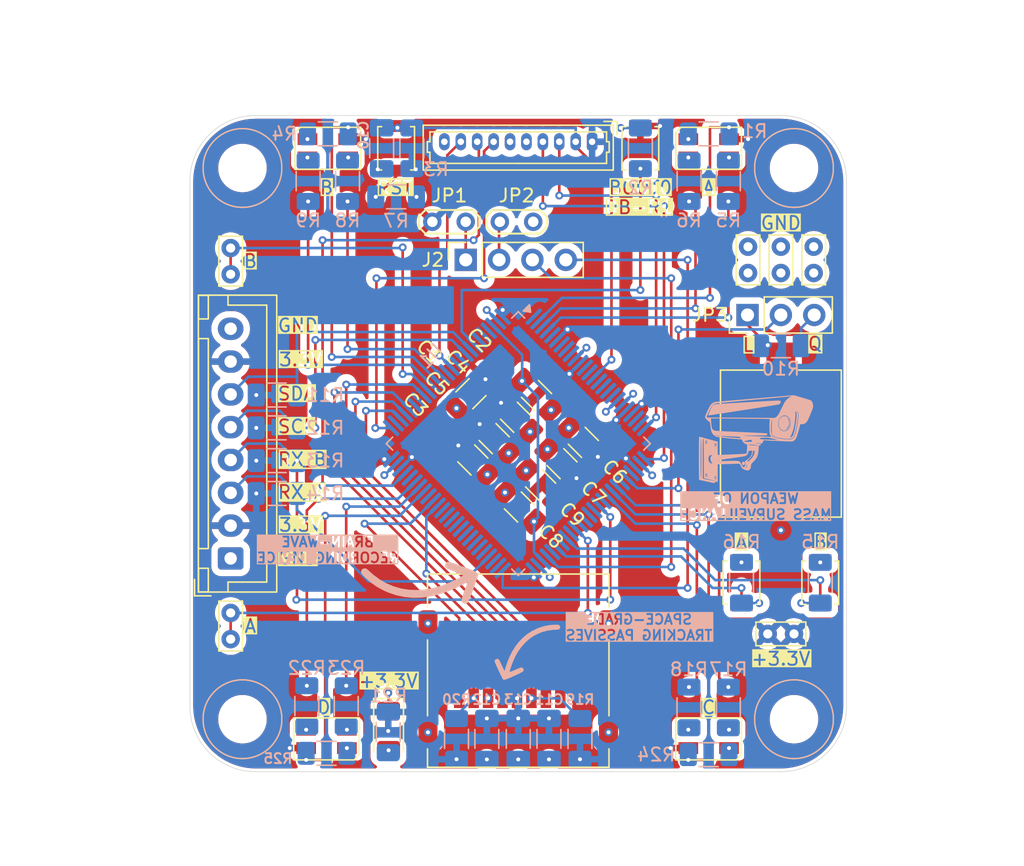
<source format=kicad_pcb>
(kicad_pcb (version 20241229) (generator "pcbnew") (generator_version "9.0")
  (layers (0 "F.Cu" power) (4 "In1.Cu" signal) (6 "In2.Cu" signal) (2 "B.Cu" power) (13 "F.Paste" user) (15 "B.Paste" user) (5 "F.SilkS" user "F.Silkscreen") (7 "B.SilkS" user "B.Silkscreen") (1 "F.Mask" user) (3 "B.Mask" user) (25 "Edge.Cuts" user))
  (net 0 "")
  (net 1 "Net-(BZ1-+)")
  (net 2 "Net-(D2-GK)")
  (net 4 "VCAP")
  (net 5 "Net-(D2-RK)")
  (net 7 "Net-(D4-A)")
  (net 8 "Net-(D2-BK)")
  (net 9 "Net-(D3-BK)")
  (net 10 "buzzer")
  (net 11 "Net-(D3-RK)")
  (net 12 "Net-(D3-GK)")
  (net 16 "BOOT0")
  (net 21 "sd_data_0")
  (net 23 "Net-(D5-GK)")
  (net 24 "sd_data_3")
  (net 25 "Net-(D5-RK)")
  (net 32 "sd_data_1")
  (net 33 "Net-(D5-BK)")
  (net 40 "sd_cmd")
  (net 41 "communication_i2c_data")
  (net 43 "sd_data_2")
  (net 45 "communication_i2c_clock")
  (net 46 "button_B")
  (net 48 "button_A")
  (net 49 "sd_clock")
  (net 50 "led_channel_red_A")
  (net 51 "led_channel_green_A")
  (net 52 "led_channel_blue_A")
  (net 53 "led_channel_red_C")
  (net 54 "GND")
  (net 55 "stlink_rx")
  (net 56 "swdio")
  (net 57 "swo")
  (net 58 "stlink_tx")
  (net 59 "+3.3V")
  (net 60 "swclk")
  (net 61 "RESET")
  (net 62 "led_channel_green_C")
  (net 63 "led_channel_blue_C")
  (net 64 "led_channel_red_B")
  (net 65 "led_channel_green_B")
  (net 66 "led_channel_blue_B")
  (net 67 "led_channel_red_D")
  (net 68 "led_channel_green_D")
  (net 69 "led_channel_blue_D")
  (net 70 "Net-(J2-Pin_1)")
  (net 71 "Net-(J2-Pin_2)")
  (net 75 "display_i2c_clock")
  (net 76 "display_i2c_data")
  (net 77 "Net-(D1-RK)")
  (net 78 "Net-(D1-GK)")
  (net 79 "Net-(D1-BK)")
  (net 80 "Net-(JP3-B)")
  (net 81 "communication_uart_rx_A")
  (net 82 "communication_uart_rx_B")
  (net 83 "Net-(R7-Pad1)")
  (net 84 "Net-(R15-Pad2)")
  (net 85 "/testpoint_A")
  (net 86 "/testpoint_B")
  (net 105 "Net-(R16-Pad2)")
  (footprint "Capacitor_SMD:C_1206_3216Metric_Pad1.33x1.80mm_HandSolder" (layer "F.Cu") (at 154.957026 99.904334 135)
    (property "Reference" "C6")
    (property "Value" "100n")
  )
  (footprint "TestPoint:TestPoint_Bridge_Pitch2.0mm_Drill0.7mm" (layer "F.Cu") (at 128.1 114.900001 90)
    (property "Reference" "TP5" (hide yes))
    (property "Value" "TestPoint")
  )
  (footprint "Buzzer_Beeper:Buzzer_Mallory_AST1109MLTRQ" (layer "F.Cu") (at 170 100 -90)
    (property "Reference" "BZ1" (hide yes))
    (property "Value" "AST1109MLTRQ")
  )
  (footprint "pcb:microSD_HC_Molex_47219-2001" (layer "F.Cu") (at 150 117.3 180)
    (property "Reference" "J4" (hide yes))
    (property "Value" "0472192001")
  )
  (footprint "LED_SMD:LED_RGB_Wuerth-PLCC4_3.2x2.8mm_150141M173100" (layer "F.Cu") (at 164.5 77.5)
    (property "Reference" "D2" (hide yes))
    (property "Value" "150141M173100")
  )
  (footprint "TestPoint:TestPoint_Bridge_Pitch2.0mm_Drill0.7mm" (layer "F.Cu") (at 128.1 87.1 90)
    (property "Reference" "TP1" (hide yes))
    (property "Value" "TestPoint")
  )
  (footprint "Button_Switch_SMD:SW_SPST_B3U-1000P" (layer "F.Cu") (at 140.7 77.5 -90)
    (property "Reference" "SW1" (hide yes))
    (property "Value" "B3U-1000P")
  )
  (footprint "Capacitor_SMD:C_1206_3216Metric_Pad1.33x1.80mm_HandSolder" (layer "F.Cu") (at 146.4 96.2 -135)
    (property "Reference" "C1")
    (property "Value" "100n")
  )
  (footprint "TestPoint:TestPoint_Bridge_Pitch2.0mm_Drill0.7mm" (layer "F.Cu") (at 169 114.5)
    (property "Reference" "TP6" (hide yes))
    (property "Value" "TestPoint")
  )
  (footprint "TestPoint:TestPoint_Bridge_Pitch2.0mm_Drill0.7mm" (layer "F.Cu") (at 167.5 87 90)
    (property "Reference" "TP2" (hide yes))
    (property "Value" "TestPoint")
  )
  (footprint "LED_SMD:LED_RGB_Wuerth-PLCC4_3.2x2.8mm_150141M173100" (layer "F.Cu") (at 164.5 122.5 180)
    (property "Reference" "D5" (hide yes))
    (property "Value" "150141M173100")
  )
  (footprint "Capacitor_SMD:C_1206_3216Metric_Pad1.33x1.80mm_HandSolder" (layer "F.Cu") (at 149.795146 97.995146 -45)
    (property "Reference" "C4")
    (property "Value" "100n")
  )
  (footprint "Capacitor_SMD:C_1206_3216Metric_Pad1.33x1.80mm_HandSolder" (layer "F.Cu") (at 146.542457 101.247837 -45)
    (property "Reference" "C3")
    (property "Value" "100n")
  )
  (footprint "Button_Switch_SMD:SW_SPST_B3U-1000P" (layer "F.Cu") (at 167 110.6 90)
    (property "Reference" "SW3" (hide yes))
    (property "Value" "B3U-1000P")
  )
  (footprint "MountingHole:MountingHole_3.2mm_M3" (layer "F.Cu") (at 129 121)
    (property "Reference" "H3" (hide yes))
    (property "Value" "MountingHole")
  )
  (footprint "pcb:Molex_PicoBlade_53047-1010_1x10_P1.25mm_Vertical" (layer "F.Cu") (at 155.625 77 180)
    (property "Reference" "J1" (hide yes))
    (property "Value" "Debug")
  )
  (footprint "Button_Switch_SMD:SW_SPST_B3U-1000P" (layer "F.Cu") (at 173 110.6 90)
    (property "Reference" "SW4" (hide yes))
    (property "Value" "B3U-1000P")
  )
  (footprint "MountingHole:MountingHole_3.2mm_M3" (layer "F.Cu") (at 171 121)
    (property "Reference" "H4" (hide yes))
    (property "Value" "MountingHole")
  )
  (footprint "TestPoint:TestPoint_Bridge_Pitch2.0mm_Drill0.7mm" (layer "F.Cu") (at 170 87 90)
    (property "Reference" "TP3" (hide yes))
    (property "Value" "TestPoint")
  )
  (footprint "pcb:SSD1306_Module_Connector" (layer "F.Cu") (at 146 86)
    (property "Reference" "J2")
    (property "Value" "Conn_01x04" (hide yes))
  )
  (footprint "LED_SMD:LED_RGB_Wuerth-PLCC4_3.2x2.8mm_150141M173100" (layer "F.Cu") (at 135.4 122.5 180)
    (property "Reference" "D3" (hide yes))
    (property "Value" "150141M173100")
  )
  (footprint "TestPoint:TestPoint_2Pads_Pitch2.54mm_Drill0.8mm" (layer "F.Cu") (at 143.46 83.1)
    (property "Reference" "JP1")
    (property "Value" "Jumper_2_Small_Bridged")
  )
  (footprint "Capacitor_SMD:C_1206_3216Metric_Pad1.33x1.80mm_HandSolder" (layer "F.Cu") (at 151.393181 96.33068 -45)
    (property "Reference" "C2")
    (property "Value" "2u2")
  )
  (footprint "Capacitor_SMD:C_1206_3216Metric_Pad1.33x1.80mm_HandSolder" (layer "F.Cu") (at 148.168801 99.621492 -45)
    (property "Reference" "C5")
    (property "Value" "100n")
  )
  (footprint "Connector_JST:JST_XH_B8B-XH-A_1x08_P2.50mm_Vertical" (layer "F.Cu") (at 128.1 108.75 90)
    (property "Reference" "J3" (hide yes))
    (property "Value" "B8B-XH-A")
  )
  (footprint "LED_SMD:LED_RGB_Wuerth-PLCC4_3.2x2.8mm_150141M173100" (layer "F.Cu") (at 135.5 77.5)
    (property "Reference" "D1" (hide yes))
    (property "Value" "150141M173100")
  )
  (footprint "Capacitor_SMD:C_1206_3216Metric_Pad1.33x1.80mm_HandSolder" (layer "F.Cu") (at 150.093181 104.830681 135)
    (property "Reference" "C8")
    (property "Value" "2u2")
  )
  (footprint "TestPoint:TestPoint_2Pads_Pitch2.54mm_Drill0.8mm" (layer "F.Cu") (at 151.14 83.1 180)
    (property "Reference" "JP2")
    (property "Value" "Jumper_2_Small_Bridged")
  )
  (footprint "Capacitor_SMD:C_1206_3216Metric_Pad1.33x1.80mm_HandSolder" (layer "F.Cu") (at 151.704335 103.157026 135)
    (property "Reference" "C9")
    (property "Value" "100n")
  )
  (footprint "Capacitor_SMD:C_1206_3216Metric_Pad1.33x1.80mm_HandSolder" (layer "F.Cu") (at 153.330681 101.53068 135)
    (property "Reference" "C7")
    (property "Value" "4u7")
  )
  (footprint "Button_Switch_SMD:SW_SPST_B3U-1000P" (layer "F.Cu") (at 159.3 77.5 -90)
    (property "Reference" "SW2" (hide yes))
    (property "Value" "B3U-1000P")
  )
  (footprint "Connector_PinHeader_2.54mm:PinHeader_1x03_P2.54mm_Vertical" (layer "F.Cu") (at 167.46 90.2 90)
    (property "Reference" "JP3")
    (property "Value" "Jumper_3_Bridged12")
  )
  (footprint "MountingHole:MountingHole_3.2mm_M3" (layer "F.Cu") (at 171 79)
    (property "Reference" "H2" (hide yes))
    (property "Value" "MountingHole")
  )
  (footprint "TestPoint:TestPoint_Bridge_Pitch2.0mm_Drill0.7mm" (layer "F.Cu") (at 172.5 87 90)
    (property "Reference" "TP4" (hide yes))
    (property "Value" "TestPoint")
  )
  (footprint "LED_SMD:LED_1206_3216Metric_Pad1.42x1.75mm_HandSolder" (layer "F.Cu") (at 140.125256 121.882214 -90)
    (property "Reference" "D4" (hide yes))
    (property "Value" "GREEN")
  )
  (footprint "MountingHole:MountingHole_3.2mm_M3" (layer "F.Cu") (at 129 79)
    (property "Reference" "H1" (hide yes))
    (property "Value" "MountingHole")
  )
  (footprint "Resistor_SMD:R_1206_3216Metric_Pad1.30x1.75mm_HandSolder" (layer "B.Cu") (at 159.3 77.5 -90)
    (property "Reference" "R2")
    (property "Value" "47k")
  )
  (footprint "Resistor_SMD:R_1206_3216Metric_Pad1.30x1.75mm_HandSolder" (layer "B.Cu") (at 167 110.6 90)
    (property "Reference" "R16")
    (property "Value" "6k8")
  )
  (footprint "LOGO" (layer "B.Cu") (at 142.783867 110.2 -135)
    (property "Reference" "G***" (hide yes))
    (property "Value" "LOGO" (hide yes))
  )
  (footprint "Resistor_SMD:R_1206_3216Metric_Pad1.30x1.75mm_HandSolder" (layer "B.Cu") (at 135.4 123.6)
    (property "Reference" "R25")
    (property "Value" "6k8")
  )
  (footprint "Capacitor_SMD:C_1206_3216Metric_Pad1.33x1.80mm_HandSolder" (layer "B.Cu") (at 147.61 122.5 -90)
    (property "Reference" "C12")
    (property "Value" "1u")
  )
  (footprint "Package_QFP:LQFP-100_14x14mm_P0.5mm" (layer "B.Cu") (at 150 100 -135)
    (property "Reference" "U1")
    (property "Value" "STM32H533VET6")
  )
  (footprint "Capacitor_SMD:C_1206_3216Metric_Pad1.33x1.80mm_HandSolder" (layer "B.Cu") (at 152.34 122.5 -90)
    (property "Reference" "C11")
    (property "Value" "10n")
  )
  (footprint "Resistor_SMD:R_1206_3216Metric_Pad1.30x1.75mm_HandSolder" (layer "B.Cu") (at 137 80 90)
    (property "Reference" "R8")
    (property "Value" "6k8")
  )
  (footprint "Resistor_SMD:R_1206_3216Metric_Pad1.30x1.75mm_HandSolder" (layer "B.Cu") (at 133.9 120 -90)
    (property "Reference" "R22")
    (property "Value" "6k8")
  )
  (footprint "Resistor_SMD:R_1206_3216Metric_Pad1.30x1.75mm_HandSolder" (layer "B.Cu") (at 140.7 81.2)
    (property "Reference" "R7")
    (property "Value" "1K")
  )
  (footprint "Resistor_SMD:R_1206_3216Metric_Pad1.30x1.75mm_HandSolder" (layer "B.Cu") (at 169.999999 92.544873 180)
    (property "Reference" "R10")
    (property "Value" "10k")
  )
  (footprint "Resistor_SMD:R_1206_3216Metric_Pad1.30x1.75mm_HandSolder" (layer "B.Cu") (at 131.599999 96.3 180)
    (property "Reference" "R11")
    (property "Value" "10k")
  )
  (footprint "Resistor_SMD:R_1206_3216Metric_Pad1.30x1.75mm_HandSolder" (layer "B.Cu") (at 173 110.6 90)
    (property "Reference" "R15")
    (property "Value" "6k8")
  )
  (footprint "Resistor_SMD:R_1206_3216Metric_Pad1.30x1.75mm_HandSolder" (layer "B.Cu") (at 164.5 76.4 180)
    (property "Reference" "R1")
    (property "Value" "6k8")
  )
  (footprint "Resistor_SMD:R_1206_3216Metric_Pad1.30x1.75mm_HandSolder" (layer "B.Cu") (at 140.1 122 90)
    (property "Reference" "R21")
    (property "Value" "10k")
  )
  (footprint "Resistor_SMD:R_1206_3216Metric_Pad1.30x1.75mm_HandSolder" (layer "B.Cu") (at 145.3 122.5 90)
    (property "Reference" "R20")
    (property "Value" "10k")
  )
  (footprint "Capacitor_SMD:C_1206_3216Metric_Pad1.33x1.80mm_HandSolder" (layer "B.Cu") (at 139.6 77.5 -90)
    (property "Reference" "C10")
    (property "Value" "100n")
  )
  (footprint "Resistor_SMD:R_1206_3216Metric_Pad1.30x1.75mm_HandSolder" (layer "B.Cu") (at 141.9 77.5 90)
    (property "Reference" "R3")
    (property "Value" "100")
  )
  (footprint "Resistor_SMD:R_1206_3216Metric_Pad1.30x1.75mm_HandSolder" (layer "B.Cu") (at 163.009202 80 90)
    (property "Reference" "R6")
    (property "Value" "6k8")
  )
  (footprint "Resistor_SMD:R_1206_3216Metric_Pad1.30x1.75mm_HandSolder" (layer "B.Cu") (at 131.6 98.8 180)
    (property "Reference" "R12")
    (property "Value" "10k")
  )
  (footprint "Resistor_SMD:R_1206_3216Metric_Pad1.30x1.75mm_HandSolder" (layer "B.Cu") (at 164.5 123.7)
    (property "Reference" "R24")
    (property "Value" "6k8")
  )
  (footprint "LOGO" (layer "B.Cu") (at 150.7 115.9 90)
    (property "Reference" "G***" (hide yes))
    (property "Value" "LOGO" (hide yes))
  )
  (footprint "Resistor_SMD:R_1206_3216Metric_Pad1.30x1.75mm_HandSolder" (layer "B.Cu") (at 166 120.1 -90)
    (property "Reference" "R17")
    (property "Value" "6k8")
  )
  (footprint "Capacitor_SMD:C_1206_3216Metric_Pad1.33x1.80mm_HandSolder" (layer "B.Cu") (at 150 122.5 -90)
    (property "Reference" "C13")
    (property "Value" "100n")
  )
  (footprint "LOGO" (layer "B.Cu") (at 168.175961 99.553829 180)
    (property "Reference" "G***" (hide yes))
    (property "Value" "LOGO" (hide yes))
  )
  (footprint "Resistor_SMD:R_1206_3216Metric_Pad1.30x1.75mm_HandSolder" (layer "B.Cu") (at 131.6 103.8 180)
    (property "Reference" "R14")
    (property "Value" "10k")
  )
  (footprint "Resistor_SMD:R_1206_3216Metric_Pad1.30x1.75mm_HandSolder" (layer "B.Cu") (at 154.7 122.5 90)
    (property "Reference" "R19")
    (property "Value" "10k")
  )
  (footprint "Resistor_SMD:R_1206_3216Metric_Pad1.30x1.75mm_HandSolder" (layer "B.Cu") (at 136.9 120 -90)
    (property "Reference" "R23")
    (property "Value" "6k8")
  )
  (footprint "Resistor_SMD:R_1206_3216Metric_Pad1.30x1.75mm_HandSolder" (layer "B.Cu") (at 135.5 76.4 180)
    (property "Reference" "R4")
    (property "Value" "6k8")
  )
  (footprint "Resistor_SMD:R_1206_3216Metric_Pad1.30x1.75mm_HandSolder" (layer "B.Cu") (at 134 80 90)
    (property "Reference" "R9")
    (property "Value" "6k8")
  )
  (footprint "Resistor_SMD:R_1206_3216Metric_Pad1.30x1.75mm_HandSolder" (layer "B.Cu") (at 131.6 101.3 180)
    (property "Reference" "R13")
    (property "Value" "10k")
  )
  (footprint "Resistor_SMD:R_1206_3216Metric_Pad1.30x1.75mm_HandSolder" (layer "B.Cu") (at 163 120.1 -90)
    (property "Reference" "R18")
    (property "Value" "6k8")
  )
  (footprint "Resistor_SMD:R_1206_3216Metric_Pad1.30x1.75mm_HandSolder" (layer "B.Cu") (at 166 80 90)
    (property "Reference" "R5")
    (property "Value" "6k8")
  )
  (gr_circle (center 171 79) (end 174 79) (stroke (width 0.1)) (fill no) (layer "F.SilkS"))
  (gr_circle (center 129 121) (end 132 121) (stroke (width 0.1)) (fill no) (layer "F.SilkS"))
  (gr_circle (center 171 121) (end 174 121) (stroke (width 0.1)) (fill no) (layer "F.SilkS"))
  (gr_circle (center 129 79) (end 132 79) (stroke (width 0.1)) (fill no) (layer "F.SilkS"))
  (gr_circle (center 171 79) (end 168 79) (stroke (width 0.1)) (fill no) (layer "B.SilkS"))
  (gr_circle (center 129 79) (end 126 79) (stroke (width 0.1)) (fill no) (layer "B.SilkS"))
  (gr_circle (center 129 121) (end 126 121) (stroke (width 0.1)) (fill no) (layer "B.SilkS"))
  (gr_circle (center 171 121) (end 168 121) (stroke (width 0.1)) (fill no) (layer "B.SilkS"))
  (gr_arc (start 170 75) (mid 173.535534 76.464466) (end 175 80) (stroke (width 0.05)) (layer "Edge.Cuts"))
  (gr_arc (start 130 125) (mid 126.464466 123.535534) (end 125 120) (stroke (width 0.05)) (layer "Edge.Cuts"))
  (gr_line (start 130 75) (end 170 75) (stroke (width 0.05)) (layer "Edge.Cuts"))
  (gr_arc (start 125 80) (mid 126.464466 76.464466) (end 130 75) (stroke (width 0.05)) (layer "Edge.Cuts"))
  (gr_line (start 125 120) (end 125 80) (stroke (width 0.05)) (layer "Edge.Cuts"))
  (gr_arc (start 175 120) (mid 173.535534 123.535534) (end 170 125) (stroke (width 0.05)) (layer "Edge.Cuts"))
  (gr_line (start 170 125) (end 130 125) (stroke (width 0.05)) (layer "Edge.Cuts"))
  (gr_line (start 175 80) (end 175 120) (stroke (width 0.05)) (layer "Edge.Cuts"))
  (gr_text "GND" (at 131.6 91 0) (layer "F.SilkS" knockout) (effects (font (size 1 1)) (justify left)))
  (gr_text "+3.3V" (at 140.1 118.1 0) (layer "F.SilkS" knockout) (effects (font (size 1 1))))
  (gr_text "GND" (at 170 83.2 0) (layer "F.SilkS" knockout) (effects (font (size 1 1))))
  (gr_text "B" (at 135.4 80.5 0) (layer "F.SilkS" knockout) (effects (font (size 1 1))))
  (gr_text "3.3V" (at 131.7 106.2 0) (layer "F.SilkS" knockout) (effects (font (size 1 1)) (justify left)))
  (gr_text "B" (at 129.6 86.1 0) (layer "F.SilkS" knockout) (effects (font (size 1 1))))
  (gr_text "RX_B" (at 131.6 101.2 0) (layer "F.SilkS" knockout) (effects (font (size 1 1)) (justify left)))
  (gr_text "RX_A" (at 131.6 103.7 0) (layer "F.SilkS" knockout) (effects (font (size 1 1)) (justify left)))
  (gr_text "+3.3V" (at 170 116.4 0) (layer "F.SilkS" knockout) (effects (font (size 1 1))))
  (gr_text "C" (at 164.5 120.1 0) (layer "F.SilkS" knockout) (effects (font (size 1 1))))
  (gr_text "DB-R1" (at 159.2 82 0) (layer "F.SilkS" knockout) (effects (font (size 1 1))))
  (gr_text "BOOT0" (at 159.3 80.5 0) (layer "F.SilkS" knockout) (effects (font (size 1 1))))
  (gr_text "SCL" (at 131.6 98.7 0) (layer "F.SilkS" knockout) (effects (font (size 1 1)) (justify left)))
  (gr_text "3.3V" (at 131.7 93.6 0) (layer "F.SilkS" knockout) (effects (font (size 1 1)) (justify left)))
  (gr_text "RST" (at 140.6 80.5 0) (layer "F.SilkS" knockout) (effects (font (size 1 1))))
  (gr_text "A" (at 164.5 80.5 0) (layer "F.SilkS" knockout) (effects (font (size 1 1))))
  (gr_text "GND" (at 131.6 108.7 0) (layer "F.SilkS" knockout) (effects (font (size 1 1)) (justify left)))
  (gr_text "B" (at 173 107.5 0) (layer "F.SilkS" knockout) (effects (font (size 1 1))))
  (gr_text "A" (at 129.6 113.9 0) (layer "F.SilkS" knockout) (effects (font (size 1 1))))
  (gr_text "SDA" (at 131.6 96.2 0) (layer "F.SilkS" knockout) (effects (font (size 1 1)) (justify left)))
  (gr_text "L" (at 167.5 92.5 0) (layer "F.SilkS" knockout) (effects (font (size 1 1))))
  (gr_text "Q" (at 172.6 92.4 0) (layer "F.SilkS" knockout) (effects (font (size 1 1))))
  (gr_text "D" (at 135.2 120.1 0) (layer "F.SilkS" knockout) (effects (font (size 1 1))))
  (gr_text "A" (at 167 107.5 0) (layer "F.SilkS" knockout) (effects (font (size 1 1))))
  (gr_text "WEAPON OF\nMASS SURVEILLANCE" (at 168.1 104.8 0) (layer "B.SilkS" knockout) (effects (font (size 0.75 0.75)) (justify mirror)))
  (gr_text "SPACE-GRADE\nTRACKING PASSIVES" (at 159.2 114 0) (layer "B.SilkS" knockout) (effects (font (size 0.75 0.75)) (justify mirror)))
  (gr_text "BRAIN-WAVE\nRECORDING DEVICE" (at 135.5 108.1 0) (layer "B.SilkS" knockout) (effects (font (size 0.75 0.75)) (justify mirror)))
  (segment (start 167.46 90.2) (end 167.46 90.96) (width 0.2) (layer "F.Cu") (net 1))
  (segment (start 167.46 90.96) (end 169 92.5) (width 0.2) (layer "F.Cu") (net 1))
  (via (at 169 92.5) (size 0.6) (drill 0.3) (layers "F.Cu" "B.Cu") (net 1))
  (via (at 162.95 78.2) (size 0.6) (drill 0.3) (layers "F.Cu" "B.Cu") (net 2))
  (via (at 150.288327 95.225826) (size 0.6) (drill 0.3) (layers "F.Cu" "B.Cu") (net 4))
  (via (at 151.198035 105.935534) (size 0.6) (drill 0.3) (layers "F.Cu" "B.Cu") (net 4))
  (segment (start 150.288327 95.225826) (end 150.3 95.214153) (width 0.2) (layer "B.Cu") (net 4))
  (segment (start 151.198035 105.935534) (end 151.5 105.633569) (width 0.2) (layer "B.Cu") (net 4))
  (segment (start 151.2 105.937499) (end 151.200001 108.271067) (width 0.2) (layer "B.Cu") (net 4))
  (segment (start 151.198035 105.935534) (end 151.2 105.937499) (width 0.2) (layer "B.Cu") (net 4))
  (segment (start 151.200001 108.271067) (end 151.891511 108.962578) (width 0.2) (layer "B.Cu") (net 4))
  (segment (start 151.5 105.633569) (end 151.5 96.437499) (width 0.2) (layer "B.Cu") (net 4))
  (segment (start 150.3 93.228934) (end 148.108489 91.037422) (width 0.2) (layer "B.Cu") (net 4))
  (segment (start 150.3 95.214153) (end 150.3 93.228934) (width 0.2) (layer "B.Cu") (net 4))
  (segment (start 151.5 96.437499) (end 150.288327 95.225826) (width 0.2) (layer "B.Cu") (net 4))
  (via (at 162.95 76.8) (size 0.6) (drill 0.3) (layers "F.Cu" "B.Cu") (net 5))
  (via (at 140.125256 123.369714) (size 0.6) (drill 0.3) (layers "F.Cu" "B.Cu") (net 7))
  (via (at 166.05 78.2) (size 0.6) (drill 0.3) (layers "F.Cu" "B.Cu") (net 8))
  (via (at 133.85 121.8) (size 0.6) (drill 0.3) (layers "F.Cu" "B.Cu") (net 9))
  (segment (start 162.2 91.3) (end 162.2 103.4) (width 0.2) (layer "F.Cu") (net 10))
  (via (at 162.2 91.3) (size 0.6) (drill 0.3) (layers "F.Cu" "B.Cu") (net 10))
  (via (at 162.2 103.4) (size 0.6) (drill 0.3) (layers "F.Cu" "B.Cu") (net 10))
  (segment (start 158.255472 102.598617) (end 159.056855 103.4) (width 0.2) (layer "B.Cu") (net 10))
  (segment (start 159.056855 103.4) (end 162.2 103.4) (width 0.2) (layer "B.Cu") (net 10))
  (segment (start 162.2 91.3) (end 168.9 91.3) (width 0.2) (layer "B.Cu") (net 10))
  (segment (start 168.9 91.3) (end 170 90.2) (width 0.2) (layer "B.Cu") (net 10))
  (via (at 136.95 123.2) (size 0.6) (drill 0.3) (layers "F.Cu" "B.Cu") (net 11))
  (via (at 136.95 121.8) (size 0.6) (drill 0.3) (layers "F.Cu" "B.Cu") (net 12))
  (segment (start 159.3 88.3) (end 159.3 79.200001) (width 0.2) (layer "F.Cu") (net 16))
  (via (at 159.3 79.050001) (size 0.6) (drill 0.3) (layers "F.Cu" "B.Cu") (net 16))
  (via (at 159.3 88.3) (size 0.6) (drill 0.3) (layers "F.Cu" "B.Cu") (net 16))
  (segment (start 146.694276 92.451635) (end 145.7 91.457359) (width 0.2) (layer "B.Cu") (net 16))
  (segment (start 145.7 91.457359) (end 145.7 88.3) (width 0.2) (layer "B.Cu") (net 16))
  (segment (start 145.7 88.3) (end 159.3 88.3) (width 0.2) (layer "B.Cu") (net 16))
  (segment (start 146.605 113.505) (end 146.605 119.4) (width 0.2) (layer "F.Cu") (net 21))
  (segment (start 143 109.9) (end 146.605 113.505) (width 0.2) (layer "F.Cu") (net 21))
  (via (at 146.605 119.4) (size 0.6) (drill 0.3) (layers "F.Cu" "B.Cu") (net 21))
  (via (at 143 109.9) (size 0.6) (drill 0.3) (layers "F.Cu" "B.Cu") (net 21))
  (segment (start 143 109.9) (end 143 105.585787) (width 0.2) (layer "B.Cu") (net 21))
  (segment (start 145.3 120.705) (end 145.3 120.949999) (width 0.2) (layer "B.Cu") (net 21))
  (segment (start 146.605 119.4) (end 145.3 120.705) (width 0.2) (layer "B.Cu") (net 21))
  (segment (start 143 105.585787) (end 143.865849 104.719938) (width 0.2) (layer "B.Cu") (net 21))
  (via (at 166.05 121.8) (size 0.6) (drill 0.3) (layers "F.Cu" "B.Cu") (net 23))
  (segment (start 152.105 116.505) (end 152.105 119.4) (width 0.2) (layer "F.Cu") (net 24))
  (segment (start 137.6 96.8) (end 137.6 102) (width 0.2) (layer "F.Cu") (net 24))
  (segment (start 137.6 102) (end 152.105 116.505) (width 0.2) (layer "F.Cu") (net 24))
  (via (at 137.6 96.8) (size 0.6) (drill 0.3) (layers "F.Cu" "B.Cu") (net 24))
  (segment (start 140.436039 96.8) (end 141.390975 97.754936) (width 0.2) (layer "B.Cu") (net 24))
  (segment (start 137.6 96.8) (end 140.436039 96.8) (width 0.2) (layer "B.Cu") (net 24))
  (via (at 166.05 123.2) (size 0.6) (drill 0.3) (layers "F.Cu" "B.Cu") (net 25))
  (segment (start 145.505 113.305) (end 145.505 119.4) (width 0.2) (layer "F.Cu") (net 32))
  (segment (start 138.3 106.1) (end 145.505 113.305) (width 0.2) (layer "F.Cu") (net 32))
  (via (at 138.3 106.1) (size 0.6) (drill 0.3) (layers "F.Cu" "B.Cu") (net 32))
  (segment (start 141.778679 106.1) (end 143.512295 104.366384) (width 0.2) (layer "B.Cu") (net 32))
  (segment (start 138.3 106.1) (end 141.778679 106.1) (width 0.2) (layer "B.Cu") (net 32))
  (via (at 162.95 121.8) (size 0.6) (drill 0.3) (layers "F.Cu" "B.Cu") (net 33))
  (segment (start 136.9 102.1) (end 151.005 116.205) (width 0.2) (layer "F.Cu") (net 40))
  (segment (start 136.9 95.5) (end 136.9 102.1) (width 0.2) (layer "F.Cu") (net 40))
  (segment (start 151.005 116.205) (end 151.005 119.4) (width 0.2) (layer "F.Cu") (net 40))
  (via (at 151.005 119.4) (size 0.6) (drill 0.3) (layers "F.Cu" "B.Cu") (net 40))
  (via (at 136.9 95.5) (size 0.6) (drill 0.3) (layers "F.Cu" "B.Cu") (net 40))
  (segment (start 141.964467 95.5) (end 142.805189 96.340722) (width 0.2) (layer "B.Cu") (net 40))
  (segment (start 153.150001 119.4) (end 154.7 120.949999) (width 0.2) (layer "B.Cu") (net 40))
  (segment (start 151.005 119.4) (end 153.150001 119.4) (width 0.2) (layer "B.Cu") (net 40))
  (segment (start 136.9 95.5) (end 141.964467 95.5) (width 0.2) (layer "B.Cu") (net 40))
  (segment (start 129.45 94.9) (end 128.1 96.25) (width 0.2) (layer "B.Cu") (net 41))
  (segment (start 133.15 96.3) (end 133.15 94.9) (width 0.2) (layer "B.Cu") (net 41))
  (segment (start 133.15 94.9) (end 133.15 91.55) (width 0.2) (layer "B.Cu") (net 41))
  (segment (start 133.15 94.9) (end 129.45 94.9) (width 0.2) (layer "B.Cu") (net 41))
  (segment (start 145.035533 91.5) (end 146.340722 92.805189) (width 0.2) (layer "B.Cu") (net 41))
  (segment (start 133.2 91.5) (end 145.035533 91.5) (width 0.2) (layer "B.Cu") (net 41))
  (segment (start 133.15 91.55) (end 133.2 91.5) (width 0.2) (layer "B.Cu") (net 41))
  (segment (start 138.4 102) (end 153.205 116.805) (width 0.2) (layer "F.Cu") (net 43))
  (segment (start 153.205 116.805) (end 153.205 119.4) (width 0.2) (layer "F.Cu") (net 43))
  (segment (start 138.4 97.5) (end 138.4 102) (width 0.2) (layer "F.Cu") (net 43))
  (via (at 138.4 97.5) (size 0.6) (drill 0.3) (layers "F.Cu" "B.Cu") (net 43))
  (segment (start 138.4 97.5) (end 140.428933 97.5) (width 0.2) (layer "B.Cu") (net 43))
  (segment (start 140.428933 97.5) (end 141.037422 98.108489) (width 0.2) (layer "B.Cu") (net 43))
  (segment (start 134.55 98.8) (end 134.55 92.1) (width 0.2) (layer "F.Cu") (net 45))
  (via (at 134.55 92.1) (size 0.6) (drill 0.3) (layers "F.Cu" "B.Cu") (net 45))
  (via (at 134.55 98.8) (size 0.6) (drill 0.3) (layers "F.Cu" "B.Cu") (net 45))
  (segment (start 133.150001 98.8) (end 131.850001 97.5) (width 0.2) (layer "B.Cu") (net 45))
  (segment (start 133.150001 98.8) (end 134.55 98.8) (width 0.2) (layer "B.Cu") (net 45))
  (segment (start 129.35 97.5) (end 128.1 98.75) (width 0.2) (layer "B.Cu") (net 45))
  (segment (start 131.850001 97.5) (end 129.35 97.5) (width 0.2) (layer "B.Cu") (net 45))
  (segment (start 144.928427 92.1) (end 145.987169 93.158742) (width 0.2) (layer "B.Cu") (net 45))
  (segment (start 134.55 92.1) (end 144.928427 92.1) (width 0.2) (layer "B.Cu") (net 45))
  (segment (start 173 112.300001) (end 173 110.4) (width 0.2) (layer "F.Cu") (net 46))
  (via (at 173 110.4) (size 0.6) (drill 0.3) (layers "F.Cu" "B.Cu") (net 46))
  (segment (start 165 110.4) (end 173 110.4) (width 0.2) (layer "B.Cu") (net 46))
  (segment (start 154.464467 108) (end 162.6 108) (width 0.2) (layer "B.Cu") (net 46))
  (segment (start 153.659278 107.194811) (end 154.464467 108) (width 0.2) (layer "B.Cu") (net 46))
  (segment (start 162.6 108) (end 165 110.4) (width 0.2) (layer "B.Cu") (net 46))
  (segment (start 167 112.300001) (end 167 111) (width 0.2) (layer "F.Cu") (net 48))
  (via (at 167 111) (size 0.6) (drill 0.3) (layers "F.Cu" "B.Cu") (net 48))
  (segment (start 152.952171 107.901918) (end 153.650253 108.6) (width 0.2) (layer "B.Cu") (net 48))
  (segment (start 164.8 111) (end 167 111) (width 0.2) (layer "B.Cu") (net 48))
  (segment (start 162.4 108.6) (end 164.8 111) (width 0.2) (layer "B.Cu") (net 48))
  (segment (start 153.650253 108.6) (end 162.4 108.6) (width 0.2) (layer "B.Cu") (net 48))
  (segment (start 136 102) (end 148.356 114.356) (width 0.2) (layer "F.Cu") (net 49))
  (segment (start 148.356 114.356) (end 148.356 119.4) (width 0.2) (layer "F.Cu") (net 49))
  (segment (start 136 96.1) (end 136 102) (width 0.2) (layer "F.Cu") (net 49))
  (segment (start 148.356 119.4) (end 148.805 119.4) (width 0.2) (layer "F.Cu") (net 49))
  (via (at 136 96.1) (size 0.6) (drill 0.3) (layers "F.Cu" "B.Cu") (net 49))
  (segment (start 136 96.1) (end 140.443145 96.1) (width 0.2) (layer "B.Cu") (net 49))
  (segment (start 140.443145 96.1) (end 141.744528 97.401383) (width 0.2) (layer "B.Cu") (net 49))
  (segment (start 164.600002 75.899998) (end 166.050001 75.899998) (width 0.2) (layer "F.Cu") (net 50))
  (segment (start 164.6 88.9) (end 164.6 75.9) (width 0.2) (layer "F.Cu") (net 50))
  (segment (start 164.6 75.9) (end 164.600002 75.899998) (width 0.2) (layer "F.Cu") (net 50))
  (via (at 166.050001 75.899998) (size 0.6) (drill 0.3) (layers "F.Cu" "B.Cu") (net 50))
  (via (at 164.6 88.9) (size 0.6) (drill 0.3) (layers "F.Cu" "B.Cu") (net 50))
  (segment (start 151.537957 90.683868) (end 153.321825 88.9) (width 0.2) (layer "B.Cu") (net 50))
  (segment (start 153.321825 88.9) (end 164.6 88.9) (width 0.2) (layer "B.Cu") (net 50))
  (segment (start 163.5 82.040799) (end 163.009202 81.550001) (width 0.2) (layer "F.Cu") (net 51))
  (segment (start 163.5 89.7) (end 163.5 82.040799) (width 0.2) (layer "F.Cu") (net 51))
  (via (at 163.5 89.7) (size 0.6) (drill 0.3) (layers "F.Cu" "B.Cu") (net 51))
  (via (at 163.009202 81.550001) (size 0.6) (drill 0.3) (layers "F.Cu" "B.Cu") (net 51))
  (segment (start 153.228933 89.7) (end 151.891511 91.037422) (width 0.2) (layer "B.Cu") (net 51))
  (segment (start 163.5 89.7) (end 153.228933 89.7) (width 0.2) (layer "B.Cu") (net 51))
  (segment (start 166 81.550001) (end 166 90.4) (width 0.2) (layer "F.Cu") (net 52))
  (via (at 166 81.550001) (size 0.6) (drill 0.3) (layers "F.Cu" "B.Cu") (net 52))
  (via (at 166 90.4) (size 0.6) (drill 0.3) (layers "F.Cu" "B.Cu") (net 52))
  (segment (start 152.245064 91.390975) (end 153.236039 90.4) (width 0.2) (layer "B.Cu") (net 52))
  (segment (start 153.236039 90.4) (end 166 90.4) (width 0.2) (layer "B.Cu") (net 52))
  (segment (start 162.949999 124.100002) (end 164.499998 124.100002) (width 0.2) (layer "F.Cu") (net 53))
  (segment (start 164.5 124.1) (end 164.5 106.3) (width 0.2) (layer "F.Cu") (net 53))
  (segment (start 164.499998 124.100002) (end 164.5 124.1) (width 0.2) (layer "F.Cu") (net 53))
  (segment (start 164.5 106.3) (end 164.5 105.4) (width 0.2) (layer "F.Cu") (net 53))
  (via (at 162.949999 124.100002) (size 0.6) (drill 0.3) (layers "F.Cu" "B.Cu") (net 53))
  (via (at 164.5 105.4) (size 0.6) (drill 0.3) (layers "F.Cu" "B.Cu") (net 53))
  (segment (start 158.935533 105.4) (end 164.5 105.4) (width 0.2) (layer "B.Cu") (net 53))
  (segment (start 157.194811 103.659278) (end 158.935533 105.4) (width 0.2) (layer "B.Cu") (net 53))
  (segment (start 140.125256 120.394714) (end 140.125256 119.025256) (width 0.2) (layer "F.Cu") (net 54))
  (segment (start 140.125256 119.025256) (end 140.1 119) (width 0.2) (layer "F.Cu") (net 54))
  (via (at 147.61 124.0625) (size 0.6) (drill 0.3) (layers "F.Cu" "B.Cu") (net 54))
  (via (at 156.875 122) (size 0.6) (drill 0.3) (layers "F.Cu" "B.Cu") (net 54))
  (via (at 152.498035 97.435534) (size 0.6) (drill 0.3) (layers "F.Cu" "B.Cu") (net 54))
  (via (at 147.6 89.821825) (size 0.6) (drill 0.3) (layers "F.Cu" "B.Cu") (net 54))
  (via (at 149.273655 100.726346) (size 0.6) (drill 0.3) (layers "F.Cu" "B.Cu") (net 54))
  (via (at 152.4 110.178175) (size 0.6) (drill 0.3) (layers "F.Cu" "B.Cu") (net 54))
  (via (at 157.8 75.949999) (size 0.6) (drill 0.3) (layers "F.Cu" "B.Cu") (net 54))
  (via (at 160.2 102.421825) (size 0.6) (drill 0.3) (layers "F.Cu" "B.Cu") (net 54))
  (via (at 152.34 124.0625) (size 0.6) (drill 0.3) (layers "F.Cu" "B.Cu") (net 54))
  (via (at 142.250001 81.2) (size 0.6) (drill 0.3) (layers "F.Cu" "B.Cu") (net 54))
  (via (at 150.599481 102.052172) (size 0.6) (drill 0.3) (layers "F.Cu" "B.Cu") (net 54))
  (via (at 155.189339 92.689339) (size 0.6) (drill 0.3) (layers "F.Cu" "B.Cu") (net 54))
  (via (at 156.875001 113.7) (size 0.6) (drill 0.3) (layers "F.Cu" "B.Cu") (net 54))
  (via (at 145.295146 97.304854) (size 0.6) (drill 0.3) (layers "F.Cu" "B.Cu") (net 54))
  (via (at 147.647311 102.352691) (size 0.6) (drill 0.3) (layers "F.Cu" "B.Cu") (net 54))
  (via (at 152.225827 100.425826) (size 0.6) (drill 0.3) (layers "F.Cu" "B.Cu") (net 54))
  (via (at 139.3 79.1) (size 0.6) (drill 0.3) (layers "F.Cu" "B.Cu") (net 54))
  (via (at 156.671321 97.57132) (size 0.6) (drill 0.3) (layers "F.Cu" "B.Cu") (net 54))
  (via (at 140.1 119) (size 0.6) (drill 0.3) (layers "F.Cu" "B.Cu") (net 54))
  (via (at 158.749747 96.2) (size 0.6) (drill 0.3) (layers "F.Cu" "B.Cu") (net 54))
  (via (at 168.349999 112.150001) (size 0.6) (drill 0.3) (layers "F.Cu" "B.Cu") (net 54))
  (via (at 171.550001 112.150001) (size 0.6) (drill 0.3) (layers "F.Cu" "B.Cu") (net 54))
  (via (at 153.852173 98.79948) (size 0.6) (drill 0.3) (layers "F.Cu" "B.Cu") (net 54))
  (via (at 139.8 102.4) (size 0.6) (drill 0.3) (layers "F.Cu" "B.Cu") (net 54))
  (via (at 143.125 122) (size 0.6) (drill 0.3) (layers "F.Cu" "B.Cu") (net 54))
  (via (at 148.988327 103.725826) (size 0.6) (drill 0.3) (layers "F.Cu" "B.Cu") (net 54))
  (via (at 170 106.6) (size 0.6) (drill 0.3) (layers "F.Cu" "B.Cu") (net 54))
  (via (at 150.9 99.1) (size 0.6) (drill 0.3) (layers "F.Cu" "B.Cu") (net 54))
  (via (at 150 124.0625) (size 0.6) (drill 0.3) (layers "F.Cu" "B.Cu") (net 54))
  (via (at 143.124999 113.7) (size 0.6) (drill 0.3) (layers "F.Cu" "B.Cu") (net 54))
  (via (at 147.705 119.4) (size 0.6) (drill 0.3) (layers "F.Cu" "B.Cu") (net 54))
  (segment (start 157.8 75.949999) (end 159.3 75.949999) (width 0.2) (layer "B.Cu") (net 54))
  (segment (start 147.6 89.821825) (end 148.462043 90.683868) (width 0.2) (layer "B.Cu") (net 54))
  (segment (start 158.749747 96.2) (end 157.901918 97.047829) (width 0.2) (layer "B.Cu") (net 54))
  (segment (start 168.349999 112.150001) (end 167 112.150001) (width 0.2) (layer "B.Cu") (net 54))
  (segment (start 156.671321 97.57132) (end 157.548365 96.694276) (width 0.2) (layer "B.Cu") (net 54))
  (segment (start 171.550001 112.150001) (end 173 112.150001) (width 0.2) (layer "B.Cu") (net 54))
  (segment (start 155.189339 92.689339) (end 154.366384 93.512295) (width 0.2) (layer "B.Cu") (net 54))
  (segment (start 139.821825 102.4) (end 140.683868 101.537957) (width 0.2) (layer "B.Cu") (net 54))
  (segment (start 139.8 102.4) (end 139.821825 102.4) (width 0.2) (layer "B.Cu") (net 54))
  (segment (start 152.4 110.178175) (end 151.537957 109.316132) (width 0.2) (layer "B.Cu") (net 54))
  (segment (start 160.2 102.421825) (end 159.316132 101.537957) (width 0.2) (layer "B.Cu") (net 54))
  (segment (start 161.1 101.1) (end 161.1 81.9) (width 0.2) (layer "F.Cu") (net 55))
  (segment (start 151.875001 81.9) (end 151.875001 77) (width 0.2) (layer "F.Cu") (net 55))
  (via (at 151.875001 81.9) (size 0.6) (drill 0.3) (layers "F.Cu" "B.Cu") (net 55))
  (via (at 161.1 81.9) (size 0.6) (drill 0.3) (layers "F.Cu" "B.Cu") (net 55))
  (via (at 161.1 101.1) (size 0.6) (drill 0.3) (layers "F.Cu" "B.Cu") (net 55))
  (segment (start 159.669685 101.184404) (end 161.015596 101.184404) (width 0.2) (layer "B.Cu") (net 55))
  (segment (start 161.015596 101.184404) (end 161.1 101.1) (width 0.2) (layer "B.Cu") (net 55))
  (segment (start 151.875001 81.9) (end 161.1 81.9) (width 0.2) (layer "B.Cu") (net 55))
  (segment (start 147 77.125) (end 146.875 77) (width 0.2) (layer "F.Cu") (net 56))
  (segment (start 147 84.1) (end 147 77.125) (width 0.2) (layer "F.Cu") (net 56))
  (segment (start 146.6 84.5) (end 147 84.1) (width 0.2) (layer "F.Cu") (net 56))
  (segment (start 135.1 103.2) (end 135.1 84.5) (width 0.2) (layer "F.Cu") (net 56))
  (via (at 135.1 103.2) (size 0.6) (drill 0.3) (layers "F.Cu" "B.Cu") (net 56))
  (via (at 135.1 84.5) (size 0.6) (drill 0.3) (layers "F.Cu" "B.Cu") (net 56))
  (via (at 146.6 84.5) (size 0.6) (drill 0.3) (layers "F.Cu" "B.Cu") (net 56))
  (segment (start 135.1 103.2) (end 140.436039 103.2) (width 0.2) (layer "B.Cu") (net 56))
  (segment (start 135.1 84.5) (end 146.6 84.5) (width 0.2) (layer "B.Cu") (net 56))
  (segment (start 140.436039 103.2) (end 141.390975 102.245064) (width 0.2) (layer "B.Cu") (net 56))
  (segment (start 144.6 78.025) (end 145.625 77) (width 0.2) (layer "F.Cu") (net 57))
  (segment (start 144.6 85.9) (end 144.6 78.025) (width 0.2) (layer "F.Cu") (net 57))
  (segment (start 144.003554 93.296446) (end 144.003554 86.496446) (width 0.2) (layer "F.Cu") (net 57))
  (segment (start 144.003554 86.496446) (end 144.6 85.9) (width 0.2) (layer "F.Cu") (net 57))
  (via (at 144.003554 93.296446) (size 0.6) (drill 0.3) (layers "F.Cu" "B.Cu") (net 57))
  (segment (start 144.003554 93.296446) (end 144 93.292893) (width 0.2) (layer "B.Cu") (net 57))
  (segment (start 144.926509 94.219402) (end 144.003554 93.296446) (width 0.2) (layer "B.Cu") (net 57))
  (segment (start 153.125 81.1) (end 153.125 77) (width 0.2) (layer "F.Cu") (net 58))
  (segment (start 160.5 98) (end 160.5 81.1) (width 0.2) (layer "F.Cu") (net 58))
  (via (at 160.5 81.1) (size 0.6) (drill 0.3) (layers "F.Cu" "B.Cu") (net 58))
  (via (at 160.5 98) (size 0.6) (drill 0.3) (layers "F.Cu" "B.Cu") (net 58))
  (via (at 153.125 81.1) (size 0.6) (drill 0.3) (layers "F.Cu" "B.Cu") (net 58))
  (segment (start 160.5 98) (end 160.485281 98) (width 0.2) (layer "B.Cu") (net 58))
  (segment (start 160.485281 98) (end 159.669685 98.815596) (width 0.2) (layer "B.Cu") (net 58))
  (segment (start 153.125 81.1) (end 160.5 81.1) (width 0.2) (layer "B.Cu") (net 58))
  (segment (start 166.05 76.8) (end 167.5 76.8) (width 0.2) (layer "F.Cu") (net 59))
  (segment (start 133.85 123.2) (end 132.6 123.2) (width 0.2) (layer "F.Cu") (net 59))
  (segment (start 159.3 75.799999) (end 160.8 75.8) (width 0.2) (layer "F.Cu") (net 59))
  (segment (start 137.05 76.8) (end 138.4 76.8) (width 0.2) (layer "F.Cu") (net 59))
  (segment (start 162.95 123.2) (end 161.6 123.2) (width 0.2) (layer "F.Cu") (net 59))
  (via (at 147.063947 98.516638) (size 0.6) (drill 0.3) (layers "F.Cu" "B.Cu") (net 59))
  (via (at 147.61 120.9375) (size 0.6) (drill 0.3) (layers "F.Cu" "B.Cu") (net 59))
  (via (at 148.815596 89.815596) (size 0.6) (drill 0.3) (layers "F.Cu" "B.Cu") (net 59))
  (via (at 140.1 121.9) (size 0.6) (drill 0.3) (layers "F.Cu" "B.Cu") (net 59))
  (via (at 153.899999 94.685787) (size 0.6) (drill 0.3) (layers "F.Cu" "B.Cu") (net 59))
  (via (at 153.750253 91.3) (size 0.6) (drill 0.3) (layers "F.Cu" "B.Cu") (net 59))
  (via (at 130.049998 96.3) (size 0.6) (drill 0.3) (layers "F.Cu" "B.Cu") (net 59))
  (via (at 147.504854 95.095146) (size 0.6) (drill 0.3) (layers "F.Cu" "B.Cu") (net 59))
  (via (at 160.8 75.8) (size 0.6) (drill 0.3) (layers "F.Cu" "B.Cu") (net 59))
  (via (at 157.456855 98.2) (size 0.6) (drill 0.3) (layers "F.Cu" "B.Cu") (net 59))
  (via (at 139.8 101.184404) (size 0.6) (drill 0.3) (layers "F.Cu" "B.Cu") (net 59))
  (via (at 150 120.9375) (size 0.6) (drill 0.3) (layers "F.Cu" "B.Cu") (net 59))
  (via (at 158.2 101.128933) (size 0.6) (drill 0.3) (layers "F.Cu" "B.Cu") (net 59))
  (via (at 145.3 124.050001) (size 0.6) (drill 0.3) (layers "F.Cu" "B.Cu") (net 59))
  (via (at 148.690292 96.890292) (size 0.6) (drill 0.3) (layers "F.Cu" "B.Cu") (net 59))
  (via (at 152.34 120.9375) (size 0.6) (drill 0.3) (layers "F.Cu" "B.Cu") (net 59))
  (via (at 142.2 79.1) (size 0.6) (drill 0.3) (layers "F.Cu" "B.Cu") (net 59))
  (via (at 161.6 123.2) (size 0.6) (drill 0.3) (layers "F.Cu" "B.Cu") (net 59))
  (via (at 141.900001 101.028933) (size 0.6) (drill 0.3) (layers "F.Cu" "B.Cu") (net 59))
  (via (at 156.061881 101.009188) (size 0.6) (drill 0.3) (layers "F.Cu" "B.Cu") (net 59))
  (via (at 145.437603 100.142983) (size 0.6) (drill 0.3) (layers "F.Cu" "B.Cu") (net 59))
  (via (at 130.049999 101.3) (size 0.6) (drill 0.3) (layers "F.Cu" "B.Cu") (net 59))
  (via (at 159.4 96.963961) (size 0.6) (drill 0.3) (layers "F.Cu" "B.Cu") (net 59))
  (via (at 130.049999 103.8) (size 0.6) (drill 0.3) (layers "F.Cu" "B.Cu") (net 59))
  (via (at 154.7 124.050001) (size 0.6) (drill 0.3) (layers "F.Cu" "B.Cu") (net 59))
  (via (at 154.435535 102.635534) (size 0.6) (drill 0.3) (layers "F.Cu" "B.Cu") (net 59))
  (via (at 167.5 76.8) (size 0.6) (drill 0.3) (layers "F.Cu" "B.Cu") (net 59))
  (via (at 130.049999 98.8) (size 0.6) (drill 0.3) (layers "F.Cu" "B.Cu") (net 59))
  (via (at 132.6 123.2) (size 0.6) (drill 0.3) (layers "F.Cu" "B.Cu") (net 59))
  (via (at 149.905 119.4) (size 0.6) (drill 0.3) (layers "F.Cu" "B.Cu") (net 59))
  (via (at 138.4 76.8) (size 0.6) (drill 0.3) (layers "F.Cu" "B.Cu") (net 59))
  (via (at 151.184404 110.2) (size 0.6) (drill 0.3) (layers "F.Cu" "B.Cu") (net 59))
  (segment (start 153.899999 94.685787) (end 154.719938 93.865849) (width 0.2) (layer "B.Cu") (net 59))
  (segment (start 151.184404 110.2) (end 151.184404 109.669685) (width 0.2) (layer "B.Cu") (net 59))
  (segment (start 139.8 101.184404) (end 140.330315 101.184404) (width 0.2) (layer "B.Cu") (net 59))
  (segment (start 153.750253 91.3) (end 152.952171 92.098082) (width 0.2) (layer "B.Cu") (net 59))
  (segment (start 159.4 96.963961) (end 158.609025 97.754936) (width 0.2) (layer "B.Cu") (net 59))
  (segment (start 140.1 120.449999) (end 140.1 121.9) (width 0.2) (layer "B.Cu") (net 59))
  (segment (start 148.815596 89.815596) (end 148.815596 90.330315) (width 0.2) (layer "B.Cu") (net 59))
  (segment (start 158.2 101.128933) (end 158.962578 101.891511) (width 0.2) (layer "B.Cu") (net 59))
  (segment (start 157.456855 98.2) (end 158.255472 97.401383) (width 0.2) (layer "B.Cu") (net 59))
  (segment (start 141.900001 101.028933) (end 141.037422 101.891511) (width 0.2) (layer "B.Cu") (net 59))
  (segment (start 147.4 77.725) (end 148.125 77) (width 0.2) (layer "F.Cu") (net 60))
  (segment (start 147.4 87.4) (end 147.4 77.725) (width 0.2) (layer "F.Cu") (net 60))
  (segment (start 139.115596 98.815596) (end 139.2 98.731192) (width 0.2) (layer "F.Cu") (net 60))
  (segment (start 139.2 98.731192) (end 139.2 87.4) (width 0.2) (layer "F.Cu") (net 60))
  (via (at 147.4 87.4) (size 0.6) (drill 0.3) (layers "F.Cu" "B.Cu") (net 60))
  (via (at 139.2 87.4) (size 0.6) (drill 0.3) (layers "F.Cu" "B.Cu") (net 60))
  (via (at 139.115596 98.815596) (size 0.6) (drill 0.3) (layers "F.Cu" "B.Cu") (net 60))
  (segment (start 139.115596 98.815596) (end 140.330315 98.815596) (width 0.2) (layer "B.Cu") (net 60))
  (segment (start 139.2 87.4) (end 147.4 87.4) (width 0.2) (layer "B.Cu") (net 60))
  (segment (start 157.1 80.074999) (end 154.375001 77.35) (width 0.2) (layer "F.Cu") (net 61))
  (segment (start 154.375001 77.35) (end 154.375001 77) (width 0.2) (layer "F.Cu") (net 61))
  (segment (start 157.1 93.607107) (end 157.1 80.074999) (width 0.2) (layer "F.Cu") (net 61))
  (via (at 140.8 75.9375) (size 0.6) (drill 0.3) (layers "F.Cu" "B.Cu") (net 61))
  (via (at 157.1 93.607107) (size 0.6) (drill 0.3) (layers "F.Cu" "B.Cu") (net 61))
  (segment (start 155.780598 94.926509) (end 157.1 93.607107) (width 0.2) (layer "B.Cu") (net 61))
  (segment (start 154.375001 75.949999) (end 141.9 75.949999) (width 0.2) (layer "B.Cu") (net 61))
  (segment (start 140.8 75.9375) (end 141.887501 75.9375) (width 0.2) (layer "B.Cu") (net 61))
  (segment (start 154.375001 77) (end 154.375001 75.949999) (width 0.2) (layer "B.Cu") (net 61))
  (segment (start 141.887501 75.9375) (end 141.9 75.949999) (width 0.2) (layer "B.Cu") (net 61))
  (segment (start 139.6 75.9375) (end 140.8 75.9375) (width 0.2) (layer "B.Cu") (net 61))
  (segment (start 165.3 104.7) (end 165.3 117.849999) (width 0.2) (layer "F.Cu") (net 62))
  (segment (start 165.3 117.849999) (end 166 118.549999) (width 0.2) (layer "F.Cu") (net 62))
  (via (at 166 118.549999) (size 0.6) (drill 0.3) (layers "F.Cu" "B.Cu") (net 62))
  (via (at 165.3 104.7) (size 0.6) (drill 0.3) (layers "F.Cu" "B.Cu") (net 62))
  (segment (start 158.942641 104.7) (end 165.3 104.7) (width 0.2) (layer "B.Cu") (net 62))
  (segment (start 157.548365 103.305724) (end 158.942641 104.7) (width 0.2) (layer "B.Cu") (net 62))
  (segment (start 163 118.549999) (end 163.6 117.949999) (width 0.2) (layer "F.Cu") (net 63))
  (segment (start 163.6 117.949999) (end 163.6 106.2) (width 0.2) (layer "F.Cu") (net 63))
  (via (at 163 118.549999) (size 0.6) (drill 0.3) (layers "F.Cu" "B.Cu") (net 63))
  (via (at 163.6 106.2) (size 0.6) (drill 0.3) (layers "F.Cu" "B.Cu") (net 63))
  (segment (start 158.928427 106.1) (end 156.841258 104.012831) (width 0.2) (layer "B.Cu") (net 63))
  (segment (start 163.6 106.2) (end 163.5 106.1) (width 0.2) (layer "B.Cu") (net 63))
  (segment (start 163.5 106.1) (end 158.928427 106.1) (width 0.2) (layer "B.Cu") (net 63))
  (segment (start 135.8 93.4) (end 135.8 75.9) (width 0.2) (layer "F.Cu") (net 64))
  (segment (start 135.8 75.9) (end 135.800002 75.899998) (width 0.2) (layer "F.Cu") (net 64))
  (segment (start 135.800002 75.899998) (end 137.050001 75.899998) (width 0.2) (layer "F.Cu") (net 64))
  (via (at 137.050001 75.899998) (size 0.6) (drill 0.3) (layers "F.Cu" "B.Cu") (net 64))
  (via (at 135.8 93.4) (size 0.6) (drill 0.3) (layers "F.Cu" "B.Cu") (net 64))
  (segment (start 141.985787 93.4) (end 143.865849 95.280062) (width 0.2) (layer "B.Cu") (net 64))
  (segment (start 135.8 93.4) (end 141.985787 93.4) (width 0.2) (layer "B.Cu") (net 64))
  (segment (start 134 81.550001) (end 134 94) (width 0.2) (layer "F.Cu") (net 65))
  (via (at 134 81.550001) (size 0.6) (drill 0.3) (layers "F.Cu" "B.Cu") (net 65))
  (via (at 134 94) (size 0.6) (drill 0.3) (layers "F.Cu" "B.Cu") (net 65))
  (segment (start 141.878679 94) (end 143.512295 95.633616) (width 0.2) (layer "B.Cu") (net 65))
  (segment (start 134 94) (end 141.878679 94) (width 0.2) (layer "B.Cu") (net 65))
  (segment (start 137 81.550001) (end 137 92.8) (width 0.2) (layer "F.Cu") (net 66))
  (via (at 137 92.8) (size 0.6) (drill 0.3) (layers "F.Cu" "B.Cu") (net 66))
  (via (at 137 81.550001) (size 0.6) (drill 0.3) (layers "F.Cu" "B.Cu") (net 66))
  (segment (start 137 92.8) (end 142.092893 92.8) (width 0.2) (layer "B.Cu") (net 66))
  (segment (start 142.092893 92.8) (end 144.219402 94.926509) (width 0.2) (layer "B.Cu") (net 66))
  (segment (start 135.3 124.1) (end 135.3 119.6) (width 0.2) (layer "F.Cu") (net 67))
  (segment (start 135.2 124.1) (end 135.3 124.1) (width 0.2) (layer "F.Cu") (net 67))
  (segment (start 135.199998 124.100002) (end 135.2 124.1) (width 0.2) (layer "F.Cu") (net 67))
  (segment (start 135.3 119.6) (end 135.3 105.5) (width 0.2) (layer "F.Cu") (net 67))
  (segment (start 133.849999 124.100002) (end 135.199998 124.100002) (width 0.2) (layer "F.Cu") (net 67))
  (via (at 133.849999 124.100002) (size 0.6) (drill 0.3) (layers "F.Cu" "B.Cu") (net 67))
  (via (at 135.3 105.5) (size 0.6) (drill 0.3) (layers "F.Cu" "B.Cu") (net 67))
  (segment (start 140.964467 105.5) (end 142.805189 103.659278) (width 0.2) (layer "B.Cu") (net 67))
  (segment (start 135.3 105.5) (end 140.964467 105.5) (width 0.2) (layer "B.Cu") (net 67))
  (segment (start 136.9 118.449999) (end 136.9 104.8) (width 0.2) (layer "F.Cu") (net 68))
  (via (at 136.9 118.449999) (size 0.6) (drill 0.3) (layers "F.Cu" "B.Cu") (net 68))
  (via (at 136.9 104.8) (size 0.6) (drill 0.3) (layers "F.Cu" "B.Cu") (net 68))
  (segment (start 140.957359 104.8) (end 142.451635 103.305724) (width 0.2) (layer "B.Cu") (net 68))
  (segment (start 136.9 104.8) (end 140.957359 104.8) (width 0.2) (layer "B.Cu") (net 68))
  (segment (start 133.9 105.1) (end 134.8 104.2) (width 0.2) (layer "F.Cu") (net 69))
  (segment (start 133.9 118.449999) (end 133.9 105.1) (width 0.2) (layer "F.Cu") (net 69))
  (via (at 134.8 104.2) (size 0.6) (drill 0.3) (layers "F.Cu" "B.Cu") (net 69))
  (via (at 133.9 118.449999) (size 0.6) (drill 0.3) (layers "F.Cu" "B.Cu") (net 69))
  (segment (start 140.850253 104.2) (end 142.098082 102.952171) (width 0.2) (layer "B.Cu") (net 69))
  (segment (start 134.8 104.2) (end 140.850253 104.2) (width 0.2) (layer "B.Cu") (net 69))
  (segment (start 146 83.1) (end 146 86) (width 0.2) (layer "F.Cu") (net 70))
  (segment (start 148.54 86) (end 148.54 83.16) (width 0.2) (layer "F.Cu") (net 71))
  (segment (start 148.54 83.16) (end 148.6 83.1) (width 0.2) (layer "F.Cu") (net 71))
  (segment (start 161.65 109.4) (end 161.65 87.4) (width 0.2) (layer "F.Cu") (net 75))
  (via (at 161.65 87.4) (size 0.6) (drill 0.3) (layers "F.Cu" "B.Cu") (net 75))
  (via (at 161.65 109.4) (size 0.6) (drill 0.3) (layers "F.Cu" "B.Cu") (net 75))
  (segment (start 152.48 87.4) (end 151.08 86) (width 0.2) (layer "B.Cu") (net 75))
  (segment (start 161.65 109.4) (end 153.036039 109.4) (width 0.2) (layer "B.Cu") (net 75))
  (segment (start 161.65 87.4) (end 152.48 87.4) (width 0.2) (layer "B.Cu") (net 75))
  (segment (start 153.036039 109.4) (end 152.245064 108.609025) (width 0.2) (layer "B.Cu") (net 75))
  (segment (start 162.9 111) (end 162.9 86) (width 0.2) (layer "F.Cu") (net 76))
  (via (at 162.9 86) (size 0.6) (drill 0.3) (layers "F.Cu" "B.Cu") (net 76))
  (via (at 162.9 111) (size 0.6) (drill 0.3) (layers "F.Cu" "B.Cu") (net 76))
  (segment (start 148.815596 111) (end 148.815596 109.669685) (width 0.2) (layer "B.Cu") (net 76))
  (segment (start 162.9 86) (end 153.62 86) (width 0.2) (layer "B.Cu") (net 76))
  (segment (start 162.9 111) (end 148.815596 111) (width 0.2) (layer "B.Cu") (net 76))
  (via (at 133.95 76.8) (size 0.6) (drill 0.3) (layers "F.Cu" "B.Cu") (net 77))
  (via (at 133.95 78.2) (size 0.6) (drill 0.3) (layers "F.Cu" "B.Cu") (net 78))
  (via (at 137.05 78.2) (size 0.6) (drill 0.3) (layers "F.Cu" "B.Cu") (net 79))
  (segment (start 171.55 92.544873) (end 171.55 91.189999) (width 0.2) (layer "B.Cu") (net 80))
  (segment (start 171.55 91.189999) (end 172.539999 90.2) (width 0.2) (layer "B.Cu") (net 80))
  (segment (start 129.35 102.5) (end 128.1 103.75) (width 0.2) (layer "B.Cu") (net 81))
  (segment (start 133.150001 105.050001) (end 138.6 110.5) (width 0.2) (layer "B.Cu") (net 81))
  (segment (start 133.150001 103.8) (end 133.150001 105.050001) (width 0.2) (layer "B.Cu") (net 81))
  (segment (start 131.850001 102.5) (end 129.35 102.5) (width 0.2) (layer "B.Cu") (net 81))
  (segment (start 145.863961 110.5) (end 147.754936 108.609025) (width 0.2) (layer "B.Cu") (net 81))
  (segment (start 133.150001 103.8) (end 131.850001 102.5) (width 0.2) (layer "B.Cu") (net 81))
  (segment (start 138.6 110.5) (end 145.863961 110.5) (width 0.2) (layer "B.Cu") (net 81))
  (segment (start 133.1 111.9) (end 133.1 111.8) (width 0.2) (layer "F.Cu") (net 82))
  (segment (start 133.150001 111.749999) (end 133.150001 101.3) (width 0.2) (layer "F.Cu") (net 82))
  (segment (start 133.1 111.8) (end 133.150001 111.749999) (width 0.2) (layer "F.Cu") (net 82))
  (segment (start 157.007107 111.892893) (end 157.007107 105.592893) (width 0.2) (layer "F.Cu") (net 82))
  (via (at 157.007107 111.892893) (size 0.6) (drill 0.3) (layers "F.Cu" "B.Cu") (net 82))
  (via (at 133.150001 101.3) (size 0.6) (drill 0.3) (layers "F.Cu" "B.Cu") (net 82))
  (via (at 157.007107 105.592893) (size 0.6) (drill 0.3) (layers "F.Cu" "B.Cu") (net 82))
  (via (at 133.1 111.9) (size 0.6) (drill 0.3) (layers "F.Cu" "B.Cu") (net 82))
  (segment (start 133.1 111.9) (end 133.192895 111.9) (width 0.2) (layer "B.Cu") (net 82))
  (segment (start 129.35 100) (end 128.1 101.25) (width 0.2) (layer "B.Cu") (net 82))
  (segment (start 133.150001 101.3) (end 131.850001 100) (width 0.2) (layer "B.Cu") (net 82))
  (segment (start 157.007107 105.592893) (end 156.134151 104.719938) (width 0.2) (layer "B.Cu") (net 82))
  (segment (start 133.200002 111.892893) (end 157.007107 111.892893) (width 0.2) (layer "B.Cu") (net 82))
  (segment (start 131.850001 100) (end 129.35 100) (width 0.2) (layer "B.Cu") (net 82))
  (segment (start 133.192895 111.9) (end 133.200002 111.892893) (width 0.2) (layer "B.Cu") (net 82))
  (segment (start 139.149999 81.2) (end 140.7 79.649999) (width 0.2) (layer "F.Cu") (net 83))
  (segment (start 140.7 79.649999) (end 140.7 79.200001) (width 0.2) (layer "F.Cu") (net 83))
  (via (at 139.149999 81.2) (size 0.6) (drill 0.3) (layers "F.Cu" "B.Cu") (net 83))
  (via (at 173 109.049999) (size 0.6) (drill 0.3) (layers "F.Cu" "B.Cu") (net 84))
  (segment (start 155.3 112.9) (end 155.3 107.4) (width 0.2) (layer "F.Cu") (net 85))
  (segment (start 128.1 114.900001) (end 128.1 112.9) (width 0.2) (layer "F.Cu") (net 85))
  (via (at 155.3 112.9) (size 0.6) (drill 0.3) (layers "F.Cu" "B.Cu") (net 85))
  (via (at 155.3 107.4) (size 0.6) (drill 0.3) (layers "F.Cu" "B.Cu") (net 85))
  (segment (start 155.278679 107.4) (end 154.366384 106.487705) (width 0.2) (layer "B.Cu") (net 85))
  (segment (start 128.1 112.9) (end 155.3 112.9) (width 0.2) (layer "B.Cu") (net 85))
  (segment (start 155.3 107.4) (end 155.278679 107.4) (width 0.2) (layer "B.Cu") (net 85))
  (segment (start 141.2 85.05) (end 141.2 94.7) (width 0.2) (layer "F.Cu") (net 86))
  (segment (start 128.1 85.099999) (end 128.1 87.1) (width 0.2) (layer "F.Cu") (net 86))
  (via (at 141.2 94.7) (size 0.6) (drill 0.3) (layers "F.Cu" "B.Cu") (net 86))
  (via (at 141.2 85.05) (size 0.6) (drill 0.3) (layers "F.Cu" "B.Cu") (net 86))
  (segment (start 128.1 85.099999) (end 141.150001 85.099999) (width 0.2) (layer "B.Cu") (net 86))
  (segment (start 141.150001 85.099999) (end 141.2 85.05) (width 0.2) (layer "B.Cu") (net 86))
  (segment (start 141.2 94.7) (end 141.871573 94.7) (width 0.2) (layer "B.Cu") (net 86))
  (segment (start 141.871573 94.7) (end 143.158742 95.987169) (width 0.2) (layer "B.Cu") (net 86))
  (via (at 167 109.049999) (size 0.6) (drill 0.3) (layers "F.Cu" "B.Cu") (net 105))
  (zone (net 59) (net_name "+3.3V") (layers "F.Cu" "B.Cu") (connect_pads (clearance 0.5)) (min_thickness 0.25) (fill yes (thermal_gap 0.5) (thermal_bridge_width 0.5))
    (polygon (pts (xy 110.535933 66.2) (xy 188.535933 66.2) (xy 188.535933 132.2) (xy 110.535933 132.2)))
  )
)
</source>
